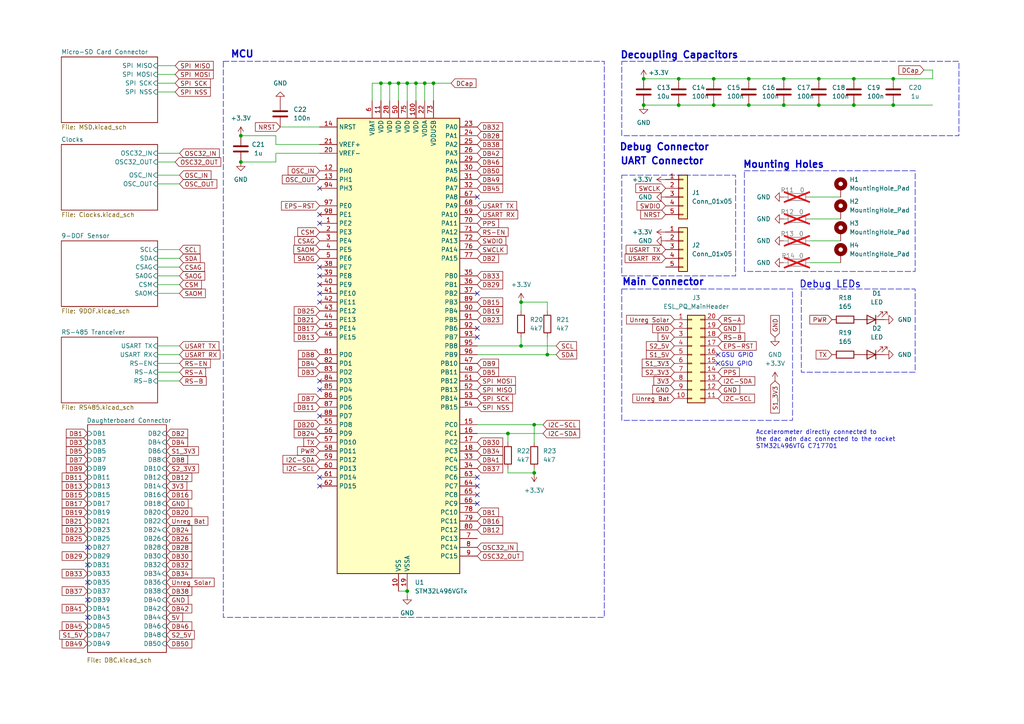
<source format=kicad_sch>
(kicad_sch (version 20231120) (generator "eeschema") (generator_version "8.0")
  (paper "A4")
  (title_block (title "ADCS OBC") (date "2024-05-29") (rev "V10") (comment 1 "22619291") (comment 2 "DP Theron"))
  (junction (at 259.08 22.86))
  (junction (at 196.85 22.86))
  (junction (at 154.94 123.19))
  (junction (at 151.13 100.33))
  (junction (at 196.85 30.48))
  (junction (at 247.65 30.48))
  (junction (at 237.49 22.86))
  (junction (at 115.57 24.13))
  (junction (at 227.33 22.86))
  (junction (at 207.01 30.48))
  (junction (at 207.01 22.86))
  (junction (at 186.69 30.48))
  (junction (at 237.49 30.48))
  (junction (at 147.32 125.73))
  (junction (at 217.17 30.48))
  (junction (at 227.33 30.48))
  (junction (at 259.08 30.48))
  (junction (at 69.85 39.37))
  (junction (at 123.19 24.13))
  (junction (at 158.75 102.87))
  (junction (at 217.17 22.86))
  (junction (at 125.73 24.13))
  (junction (at 154.94 137.16))
  (junction (at 118.11 171.45))
  (junction (at 113.03 24.13))
  (junction (at 120.65 24.13))
  (junction (at 151.13 87.63))
  (junction (at 247.65 22.86))
  (junction (at 69.85 46.99))
  (junction (at 110.49 24.13))
  (junction (at 186.69 22.86))
  (junction (at 118.11 24.13))
  (no_connect (at 138.43 140.97))
  (no_connect (at 92.71 80.01))
  (no_connect (at 138.43 95.25))
  (no_connect (at 138.43 57.15))
  (no_connect (at 138.43 138.43))
  (no_connect (at 92.71 54.61))
  (no_connect (at 92.71 82.55))
  (no_connect (at 25.4 173.99))
  (no_connect (at 25.4 158.75))
  (no_connect (at 25.4 163.83))
  (no_connect (at 25.4 179.07))
  (no_connect (at 92.71 138.43))
  (no_connect (at 92.71 87.63))
  (no_connect (at 138.43 143.51))
  (no_connect (at 92.71 77.47))
  (no_connect (at 92.71 85.09))
  (no_connect (at 92.71 120.65))
  (no_connect (at 92.71 110.49))
  (no_connect (at 25.4 168.91))
  (no_connect (at 208.28 105.41))
  (no_connect (at 138.43 97.79))
  (no_connect (at 92.71 140.97))
  (no_connect (at 92.71 113.03))
  (no_connect (at 92.71 64.77))
  (no_connect (at 208.28 102.87))
  (no_connect (at 92.71 62.23))
  (no_connect (at 138.43 146.05))
  (no_connect (at 138.43 85.09))
  (wire (pts (xy 138.43 125.73) (xy 147.32 125.73)))
  (wire (pts (xy 207.01 30.48) (xy 217.17 30.48)))
  (wire (pts (xy 110.49 24.13) (xy 110.49 29.21)))
  (wire (pts (xy 186.69 22.86) (xy 196.85 22.86)))
  (wire (pts (xy 151.13 87.63) (xy 151.13 90.17)))
  (wire (pts (xy 115.57 24.13) (xy 115.57 29.21)))
  (wire (pts (xy 80.01 41.91) (xy 80.01 39.37)))
  (wire (pts (xy 45.72 85.09) (xy 52.07 85.09)))
  (wire (pts (xy 234.95 69.85) (xy 243.84 69.85)))
  (wire (pts (xy 120.65 24.13) (xy 123.19 24.13)))
  (wire (pts (xy 45.72 102.87) (xy 52.07 102.87)))
  (wire (pts (xy 234.95 57.15) (xy 243.84 57.15)))
  (wire (pts (xy 123.19 24.13) (xy 125.73 24.13)))
  (wire (pts (xy 138.43 102.87) (xy 158.75 102.87)))
  (wire (pts (xy 110.49 24.13) (xy 107.95 24.13)))
  (wire (pts (xy 45.72 46.99) (xy 50.8 46.99)))
  (wire (pts (xy 237.49 30.48) (xy 247.65 30.48)))
  (wire (pts (xy 69.85 46.99) (xy 80.01 46.99)))
  (wire (pts (xy 151.13 100.33) (xy 161.29 100.33)))
  (wire (pts (xy 120.65 24.13) (xy 118.11 24.13)))
  (wire (pts (xy 120.65 24.13) (xy 120.65 29.21)))
  (wire (pts (xy 157.48 123.19) (xy 154.94 123.19)))
  (wire (pts (xy 45.72 100.33) (xy 52.07 100.33)))
  (wire (pts (xy 227.33 30.48) (xy 237.49 30.48)))
  (wire (pts (xy 259.08 30.48) (xy 270.51 30.48)))
  (wire (pts (xy 80.01 46.99) (xy 80.01 44.45)))
  (wire (pts (xy 158.75 87.63) (xy 158.75 90.17)))
  (wire (pts (xy 161.29 102.87) (xy 158.75 102.87)))
  (wire (pts (xy 80.01 39.37) (xy 69.85 39.37)))
  (wire (pts (xy 45.72 24.13) (xy 50.8 24.13)))
  (wire (pts (xy 217.17 30.48) (xy 227.33 30.48)))
  (wire (pts (xy 45.72 105.41) (xy 52.07 105.41)))
  (wire (pts (xy 154.94 137.16) (xy 154.94 135.89)))
  (wire (pts (xy 45.72 80.01) (xy 52.07 80.01)))
  (wire (pts (xy 217.17 22.86) (xy 227.33 22.86)))
  (wire (pts (xy 45.72 50.8) (xy 52.07 50.8)))
  (wire (pts (xy 118.11 171.45) (xy 118.11 172.72)))
  (wire (pts (xy 234.95 76.2) (xy 243.84 76.2)))
  (wire (pts (xy 154.94 123.19) (xy 154.94 128.27)))
  (wire (pts (xy 45.72 74.93) (xy 52.07 74.93)))
  (wire (pts (xy 80.01 44.45) (xy 92.71 44.45)))
  (wire (pts (xy 107.95 24.13) (xy 107.95 29.21)))
  (wire (pts (xy 45.72 82.55) (xy 52.07 82.55)))
  (wire (pts (xy 125.73 24.13) (xy 130.81 24.13)))
  (wire (pts (xy 147.32 125.73) (xy 157.48 125.73)))
  (wire (pts (xy 45.72 44.45) (xy 52.07 44.45)))
  (wire (pts (xy 115.57 171.45) (xy 118.11 171.45)))
  (wire (pts (xy 81.28 36.83) (xy 92.71 36.83)))
  (wire (pts (xy 247.65 22.86) (xy 259.08 22.86)))
  (wire (pts (xy 45.72 72.39) (xy 52.07 72.39)))
  (wire (pts (xy 45.72 107.95) (xy 52.07 107.95)))
  (wire (pts (xy 110.49 24.13) (xy 113.03 24.13)))
  (wire (pts (xy 158.75 97.79) (xy 158.75 102.87)))
  (wire (pts (xy 270.51 20.32) (xy 267.97 20.32)))
  (wire (pts (xy 151.13 87.63) (xy 158.75 87.63)))
  (wire (pts (xy 247.65 30.48) (xy 259.08 30.48)))
  (wire (pts (xy 147.32 128.27) (xy 147.32 125.73)))
  (wire (pts (xy 270.51 20.32) (xy 270.51 22.86)))
  (wire (pts (xy 227.33 22.86) (xy 237.49 22.86)))
  (wire (pts (xy 45.72 77.47) (xy 52.07 77.47)))
  (wire (pts (xy 45.72 110.49) (xy 52.07 110.49)))
  (wire (pts (xy 92.71 41.91) (xy 80.01 41.91)))
  (wire (pts (xy 147.32 137.16) (xy 154.94 137.16)))
  (wire (pts (xy 147.32 135.89) (xy 147.32 137.16)))
  (wire (pts (xy 196.85 30.48) (xy 207.01 30.48)))
  (wire (pts (xy 207.01 22.86) (xy 217.17 22.86)))
  (wire (pts (xy 234.95 63.5) (xy 243.84 63.5)))
  (wire (pts (xy 138.43 100.33) (xy 151.13 100.33)))
  (wire (pts (xy 125.73 24.13) (xy 125.73 29.21)))
  (wire (pts (xy 45.72 26.67) (xy 50.8 26.67)))
  (wire (pts (xy 237.49 22.86) (xy 247.65 22.86)))
  (wire (pts (xy 138.43 123.19) (xy 154.94 123.19)))
  (wire (pts (xy 45.72 53.34) (xy 52.07 53.34)))
  (wire (pts (xy 118.11 24.13) (xy 118.11 29.21)))
  (wire (pts (xy 123.19 29.21) (xy 123.19 24.13)))
  (wire (pts (xy 151.13 97.79) (xy 151.13 100.33)))
  (wire (pts (xy 45.72 21.59) (xy 50.8 21.59)))
  (wire (pts (xy 113.03 24.13) (xy 115.57 24.13)))
  (wire (pts (xy 196.85 22.86) (xy 207.01 22.86)))
  (wire (pts (xy 113.03 24.13) (xy 113.03 29.21)))
  (wire (pts (xy 259.08 22.86) (xy 270.51 22.86)))
  (wire (pts (xy 118.11 24.13) (xy 115.57 24.13)))
  (wire (pts (xy 186.69 30.48) (xy 196.85 30.48)))
  (wire (pts (xy 45.72 19.05) (xy 50.8 19.05)))
  (rectangle (start 215.9 49.53) (end 265.43 78.74) (stroke (width 0) (type dash)))
  (rectangle (start 180.34 83.82) (end 229.87 121.92) (stroke (width 0) (type dash)))
  (rectangle (start 180.34 50.8) (end 213.36 80.01) (stroke (width 0) (type dash)))
  (rectangle (start 64.77 17.78) (end 175.26 179.07) (stroke (width 0) (type dash)))
  (rectangle (start 180.34 17.78) (end 278.13 39.37) (stroke (width 0) (type dash)))
  (rectangle (start 232.41 83.82) (end 265.43 107.95) (stroke (width 0) (type dash)))
  (text "GSU GPIO" (at 213.614 105.664 0) (effects (font (size 1.27 1.27))))
  (text "UART Connector" (at 179.832 48.006 0) (effects (font (size 2 2) (thickness 0.4) (bold yes)) (justify left bottom)))
  (text "Debug LEDs" (at 240.792 82.55 0) (effects (font (size 2 2) (thickness 0.254) (bold yes))))
  (text "Decoupling Capacitors" (at 179.832 17.272 0) (effects (font (size 2 2) (bold yes)) (justify left bottom)))
  (text "Mounting Holes" (at 215.392 49.022 0) (effects (font (size 2 2) (thickness 0.4) (bold yes)) (justify left bottom)))
  (text "Debug Connector" (at 179.578 43.942 0) (effects (font (size 2 2) (thickness 0.4) (bold yes)) (justify left bottom)))
  (text "Accelerometer directly connected to \nthe dac adn dac connected to the rocket\nSTM32L496VTG C717701" (at 219.202 127.508 0) (effects (font (size 1.27 1.27)) (justify left)))
  (text "Main Connector" (at 180.34 83.058 0) (effects (font (size 2 2) (thickness 0.4) (bold yes)) (justify left bottom)))
  (text "GSU GPIO" (at 213.868 103.124 0) (effects (font (size 1.27 1.27))))
  (text "MCU" (at 66.802 17.018 0) (effects (font (size 2 2) (bold yes)) (justify left bottom)))
  (global_label "DB4" (shape input) (at 92.71 105.41 180) (property "Intersheetrefs" "${INTERSHEET_REFS}" (effects (hide yes))))
  (global_label "DB49" (shape input) (at 138.43 52.07 0) (property "Intersheetrefs" "${INTERSHEET_REFS}" (effects (hide yes))))
  (global_label "USART RX" (shape input) (at 52.07 102.87 0) (property "Intersheetrefs" "${INTERSHEET_REFS}" (effects (hide yes))))
  (global_label "DB17" (shape input) (at 25.4 146.05 180) (property "Intersheetrefs" "${INTERSHEET_REFS}" (effects (hide yes))))
  (global_label "DB17" (shape input) (at 92.71 95.25 180) (property "Intersheetrefs" "${INTERSHEET_REFS}" (effects (hide yes))))
  (global_label "OSC32_OUT" (shape input) (at 50.8 46.99 0) (property "Intersheetrefs" "${INTERSHEET_REFS}" (effects (hide yes))))
  (global_label "GND" (shape input) (at 48.26 173.99 0) (property "Intersheetrefs" "${INTERSHEET_REFS}" (effects (hide yes))))
  (global_label "SWDIO" (shape input) (at 193.04 59.69 180) (property "Intersheetrefs" "${INTERSHEET_REFS}" (effects (hide yes))))
  (global_label "RS-B" (shape input) (at 52.07 110.49 0) (property "Intersheetrefs" "${INTERSHEET_REFS}" (effects (hide yes))))
  (global_label "SPI NSS" (shape input) (at 138.43 118.11 0) (property "Intersheetrefs" "${INTERSHEET_REFS}" (effects (hide yes))))
  (global_label "RS-A" (shape input) (at 52.07 107.95 0) (property "Intersheetrefs" "${INTERSHEET_REFS}" (effects (hide yes))))
  (global_label "DB12" (shape input) (at 48.26 138.43 0) (property "Intersheetrefs" "${INTERSHEET_REFS}" (effects (hide yes))))
  (global_label "PPS" (shape input) (at 138.43 64.77 0) (property "Intersheetrefs" "${INTERSHEET_REFS}" (effects (hide yes))))
  (global_label "I2C-SDA" (shape input) (at 92.71 133.35 180) (property "Intersheetrefs" "${INTERSHEET_REFS}" (effects (hide yes))))
  (global_label "SPI MISO" (shape input) (at 138.43 113.03 0) (property "Intersheetrefs" "${INTERSHEET_REFS}" (effects (hide yes))))
  (global_label "SPI MOSI" (shape input) (at 50.8 21.59 0) (property "Intersheetrefs" "${INTERSHEET_REFS}" (effects (hide yes))))
  (global_label "DB46" (shape input) (at 138.43 46.99 0) (property "Intersheetrefs" "${INTERSHEET_REFS}" (effects (hide yes))))
  (global_label "S1_5V" (shape input) (at 195.58 102.87 180) (property "Intersheetrefs" "${INTERSHEET_REFS}" (effects (hide yes))))
  (global_label "GND" (shape input) (at 208.28 113.03 0) (property "Intersheetrefs" "${INTERSHEET_REFS}" (effects (hide yes))))
  (global_label "DB29" (shape input) (at 25.4 161.29 180) (property "Intersheetrefs" "${INTERSHEET_REFS}" (effects (hide yes))))
  (global_label "USART TX" (shape input) (at 193.04 72.39 180) (property "Intersheetrefs" "${INTERSHEET_REFS}" (effects (hide yes))))
  (global_label "SPI NSS" (shape input) (at 50.8 26.67 0) (property "Intersheetrefs" "${INTERSHEET_REFS}" (effects (hide yes))))
  (global_label "SPI MOSI" (shape input) (at 138.43 110.49 0) (property "Intersheetrefs" "${INTERSHEET_REFS}" (effects (hide yes))))
  (global_label "SDA" (shape input) (at 161.29 102.87 0) (property "Intersheetrefs" "${INTERSHEET_REFS}" (effects (hide yes))))
  (global_label "DB15" (shape input) (at 138.43 87.63 0) (property "Intersheetrefs" "${INTERSHEET_REFS}" (effects (hide yes))))
  (global_label "CSM" (shape input) (at 52.07 82.55 0) (property "Intersheetrefs" "${INTERSHEET_REFS}" (effects (hide yes))))
  (global_label "DB12" (shape input) (at 138.43 153.67 0) (property "Intersheetrefs" "${INTERSHEET_REFS}" (effects (hide yes))))
  (global_label "S2_3V3" (shape input) (at 195.58 107.95 180) (property "Intersheetrefs" "${INTERSHEET_REFS}" (effects (hide yes))))
  (global_label "SPI MISO" (shape input) (at 50.8 19.05 0) (property "Intersheetrefs" "${INTERSHEET_REFS}" (effects (hide yes))))
  (global_label "DB32" (shape input) (at 48.26 163.83 0) (property "Intersheetrefs" "${INTERSHEET_REFS}" (effects (hide yes))))
  (global_label "DB24" (shape input) (at 92.71 125.73 180) (property "Intersheetrefs" "${INTERSHEET_REFS}" (effects (hide yes))))
  (global_label "DB11" (shape input) (at 25.4 138.43 180) (property "Intersheetrefs" "${INTERSHEET_REFS}" (effects (hide yes))))
  (global_label "DB25" (shape input) (at 25.4 156.21 180) (property "Intersheetrefs" "${INTERSHEET_REFS}" (effects (hide yes))))
  (global_label "GND" (shape input) (at 48.26 146.05 0) (property "Intersheetrefs" "${INTERSHEET_REFS}" (effects (hide yes))))
  (global_label "I2C-SCL" (shape input) (at 208.28 115.57 0) (property "Intersheetrefs" "${INTERSHEET_REFS}" (effects (hide yes))))
  (global_label "SDA" (shape input) (at 52.07 74.93 0) (property "Intersheetrefs" "${INTERSHEET_REFS}" (effects (hide yes))))
  (global_label "TX" (shape input) (at 92.71 128.27 180) (property "Intersheetrefs" "${INTERSHEET_REFS}" (effects (hide yes))))
  (global_label "SAOG" (shape input) (at 52.07 80.01 0) (property "Intersheetrefs" "${INTERSHEET_REFS}" (effects (hide yes))))
  (global_label "DB42" (shape input) (at 138.43 44.45 0) (property "Intersheetrefs" "${INTERSHEET_REFS}" (effects (hide yes))))
  (global_label "RS-B" (shape input) (at 208.28 97.79 0) (property "Intersheetrefs" "${INTERSHEET_REFS}" (effects (hide yes))))
  (global_label "DB7" (shape input) (at 25.4 133.35 180) (property "Intersheetrefs" "${INTERSHEET_REFS}" (effects (hide yes))))
  (global_label "RS-A" (shape input) (at 208.28 92.71 0) (property "Intersheetrefs" "${INTERSHEET_REFS}" (effects (hide yes))))
  (global_label "NRST" (shape input) (at 193.04 62.23 180) (property "Intersheetrefs" "${INTERSHEET_REFS}" (effects (hide yes))))
  (global_label "SCL" (shape input) (at 161.29 100.33 0) (property "Intersheetrefs" "${INTERSHEET_REFS}" (effects (hide yes))))
  (global_label "RS-EN" (shape input) (at 138.43 67.31 0) (property "Intersheetrefs" "${INTERSHEET_REFS}" (effects (hide yes))))
  (global_label "DB30" (shape input) (at 138.43 128.27 0) (property "Intersheetrefs" "${INTERSHEET_REFS}" (effects (hide yes))))
  (global_label "DB19" (shape input) (at 138.43 90.17 0) (property "Intersheetrefs" "${INTERSHEET_REFS}" (effects (hide yes))))
  (global_label "SAOM" (shape input) (at 52.07 85.09 0) (property "Intersheetrefs" "${INTERSHEET_REFS}" (effects (hide yes))))
  (global_label "DB49" (shape input) (at 25.4 186.69 180) (property "Intersheetrefs" "${INTERSHEET_REFS}" (effects (hide yes))))
  (global_label "DB19" (shape input) (at 25.4 148.59 180) (property "Intersheetrefs" "${INTERSHEET_REFS}" (effects (hide yes))))
  (global_label "DB24" (shape input) (at 48.26 153.67 0) (property "Intersheetrefs" "${INTERSHEET_REFS}" (effects (hide yes))))
  (global_label "DB41" (shape input) (at 25.4 176.53 180) (property "Intersheetrefs" "${INTERSHEET_REFS}" (effects (hide yes))))
  (global_label "DB28" (shape input) (at 48.26 158.75 0) (property "Intersheetrefs" "${INTERSHEET_REFS}" (effects (hide yes))))
  (global_label "GND" (shape input) (at 208.28 95.25 0) (property "Intersheetrefs" "${INTERSHEET_REFS}" (effects (hide yes))))
  (global_label "RS-EN" (shape input) (at 52.07 105.41 0) (property "Intersheetrefs" "${INTERSHEET_REFS}" (effects (hide yes))))
  (global_label "DB3" (shape input) (at 25.4 128.27 180) (property "Intersheetrefs" "${INTERSHEET_REFS}" (effects (hide yes))))
  (global_label "3V3" (shape input) (at 195.58 110.49 180) (property "Intersheetrefs" "${INTERSHEET_REFS}" (effects (hide yes))))
  (global_label "DB21" (shape input) (at 25.4 151.13 180) (property "Intersheetrefs" "${INTERSHEET_REFS}" (effects (hide yes))))
  (global_label "DB2" (shape input) (at 48.26 125.73 0) (property "Intersheetrefs" "${INTERSHEET_REFS}" (effects (hide yes))))
  (global_label "I2C-SCL" (shape input) (at 157.48 123.19 0) (property "Intersheetrefs" "${INTERSHEET_REFS}" (effects (hide yes))))
  (global_label "PPS" (shape input) (at 208.28 107.95 0) (property "Intersheetrefs" "${INTERSHEET_REFS}" (effects (hide yes))))
  (global_label "I2C-SDA" (shape input) (at 208.28 110.49 0) (property "Intersheetrefs" "${INTERSHEET_REFS}" (effects (hide yes))))
  (global_label "CSAG" (shape input) (at 92.71 69.85 180) (property "Intersheetrefs" "${INTERSHEET_REFS}" (effects (hide yes))))
  (global_label "DB16" (shape input) (at 138.43 151.13 0) (property "Intersheetrefs" "${INTERSHEET_REFS}" (effects (hide yes))))
  (global_label "DB4" (shape input) (at 48.26 128.27 0) (property "Intersheetrefs" "${INTERSHEET_REFS}" (effects (hide yes))))
  (global_label "OSC_IN" (shape input) (at 52.07 50.8 0) (property "Intersheetrefs" "${INTERSHEET_REFS}" (effects (hide yes))))
  (global_label "PWR" (shape input) (at 241.3 92.71 180) (property "Intersheetrefs" "${INTERSHEET_REFS}" (effects (hide yes))))
  (global_label "NRST" (shape input) (at 81.28 36.83 180) (property "Intersheetrefs" "${INTERSHEET_REFS}" (effects (hide yes))))
  (global_label "CSM" (shape input) (at 92.71 67.31 180) (property "Intersheetrefs" "${INTERSHEET_REFS}" (effects (hide yes))))
  (global_label "SWDIO" (shape input) (at 138.43 69.85 0) (property "Intersheetrefs" "${INTERSHEET_REFS}" (effects (hide yes))))
  (global_label "DB8" (shape input) (at 48.26 133.35 0) (property "Intersheetrefs" "${INTERSHEET_REFS}" (effects (hide yes))))
  (global_label "DB30" (shape input) (at 48.26 161.29 0) (property "Intersheetrefs" "${INTERSHEET_REFS}" (effects (hide yes))))
  (global_label "I2C-SCL" (shape input) (at 92.71 135.89 180) (property "Intersheetrefs" "${INTERSHEET_REFS}" (effects (hide yes))))
  (global_label "SWCLK" (shape input) (at 193.04 54.61 180) (property "Intersheetrefs" "${INTERSHEET_REFS}" (effects (hide yes))))
  (global_label "OSC32_IN" (shape input) (at 52.07 44.45 0) (property "Intersheetrefs" "${INTERSHEET_REFS}" (effects (hide yes))))
  (global_label "DB3" (shape input) (at 92.71 107.95 180) (property "Intersheetrefs" "${INTERSHEET_REFS}" (effects (hide yes))))
  (global_label "Unreg Bat" (shape input) (at 48.26 151.13 0) (property "Intersheetrefs" "${INTERSHEET_REFS}" (effects (hide yes))))
  (global_label "DB15" (shape input) (at 25.4 143.51 180) (property "Intersheetrefs" "${INTERSHEET_REFS}" (effects (hide yes))))
  (global_label "TX" (shape input) (at 241.3 102.87 180) (property "Intersheetrefs" "${INTERSHEET_REFS}" (effects (hide yes))))
  (global_label "S1_3V3" (shape input) (at 224.79 110.49 270) (property "Intersheetrefs" "${INTERSHEET_REFS}" (effects (hide yes))))
  (global_label "SAOG" (shape input) (at 92.71 74.93 180) (property "Intersheetrefs" "${INTERSHEET_REFS}" (effects (hide yes))))
  (global_label "DB26" (shape input) (at 48.26 156.21 0) (property "Intersheetrefs" "${INTERSHEET_REFS}" (effects (hide yes))))
  (global_label "DB25" (shape input) (at 92.71 90.17 180) (property "Intersheetrefs" "${INTERSHEET_REFS}" (effects (hide yes))))
  (global_label "OSC32_OUT" (shape input) (at 138.43 161.29 0) (property "Intersheetrefs" "${INTERSHEET_REFS}" (effects (hide yes))))
  (global_label "5V" (shape input) (at 48.26 179.07 0) (property "Intersheetrefs" "${INTERSHEET_REFS}" (effects (hide yes))))
  (global_label "SPI SCK" (shape input) (at 138.43 115.57 0) (property "Intersheetrefs" "${INTERSHEET_REFS}" (effects (hide yes))))
  (global_label "DB5" (shape input) (at 25.4 130.81 180) (property "Intersheetrefs" "${INTERSHEET_REFS}" (effects (hide yes))))
  (global_label "DB29" (shape input) (at 138.43 82.55 0) (property "Intersheetrefs" "${INTERSHEET_REFS}" (effects (hide yes))))
  (global_label "USART TX" (shape input) (at 138.43 59.69 0) (property "Intersheetrefs" "${INTERSHEET_REFS}" (effects (hide yes))))
  (global_label "GND" (shape input) (at 195.58 95.25 180) (property "Intersheetrefs" "${INTERSHEET_REFS}" (effects (hide yes))))
  (global_label "OSC_OUT" (shape input) (at 92.71 52.07 180) (property "Intersheetrefs" "${INTERSHEET_REFS}" (effects (hide yes))))
  (global_label "DCap" (shape input) (at 267.97 20.32 180) (property "Intersheetrefs" "${INTERSHEET_REFS}" (effects (hide yes))))
  (global_label "GND" (shape input) (at 195.58 113.03 180) (property "Intersheetrefs" "${INTERSHEET_REFS}" (effects (hide yes))))
  (global_label "CSAG" (shape input) (at 52.07 77.47 0) (property "Intersheetrefs" "${INTERSHEET_REFS}" (effects (hide yes))))
  (global_label "DB38" (shape input) (at 48.26 171.45 0) (property "Intersheetrefs" "${INTERSHEET_REFS}" (effects (hide yes))))
  (global_label "DB37" (shape input) (at 25.4 171.45 180) (property "Intersheetrefs" "${INTERSHEET_REFS}" (effects (hide yes))))
  (global_label "DB41" (shape input) (at 138.43 133.35 0) (property "Intersheetrefs" "${INTERSHEET_REFS}" (effects (hide yes))))
  (global_label "DB46" (shape input) (at 48.26 181.61 0) (property "Intersheetrefs" "${INTERSHEET_REFS}" (effects (hide yes))))
  (global_label "DB33" (shape input) (at 25.4 166.37 180) (property "Intersheetrefs" "${INTERSHEET_REFS}" (effects (hide yes))))
  (global_label "DB32" (shape input) (at 138.43 36.83 0) (property "Intersheetrefs" "${INTERSHEET_REFS}" (effects (hide yes))))
  (global_label "SWCLK" (shape input) (at 138.43 72.39 0) (property "Intersheetrefs" "${INTERSHEET_REFS}" (effects (hide yes))))
  (global_label "DB34" (shape input) (at 48.26 166.37 0) (property "Intersheetrefs" "${INTERSHEET_REFS}" (effects (hide yes))))
  (global_label "DB20" (shape input) (at 92.71 123.19 180) (property "Intersheetrefs" "${INTERSHEET_REFS}" (effects (hide yes))))
  (global_label "DB11" (shape input) (at 92.71 118.11 180) (property "Intersheetrefs" "${INTERSHEET_REFS}" (effects (hide yes))))
  (global_label "OSC32_IN" (shape input) (at 138.43 158.75 0) (property "Intersheetrefs" "${INTERSHEET_REFS}" (effects (hide yes))))
  (global_label "SCL" (shape input) (at 52.07 72.39 0) (property "Intersheetrefs" "${INTERSHEET_REFS}" (effects (hide yes))))
  (global_label "3V3" (shape input) (at 48.26 140.97 0) (property "Intersheetrefs" "${INTERSHEET_REFS}" (effects (hide yes))))
  (global_label "S1_3V3" (shape input) (at 48.26 130.81 0) (property "Intersheetrefs" "${INTERSHEET_REFS}" (effects (hide yes))))
  (global_label "Unreg Solar" (shape input) (at 48.26 168.91 0) (property "Intersheetrefs" "${INTERSHEET_REFS}" (effects (hide yes))))
  (global_label "DB9" (shape input) (at 138.43 105.41 0) (property "Intersheetrefs" "${INTERSHEET_REFS}" (effects (hide yes))))
  (global_label "Unreg Solar" (shape input) (at 195.58 92.71 180) (property "Intersheetrefs" "${INTERSHEET_REFS}" (effects (hide yes))))
  (global_label "DB20" (shape input) (at 48.26 148.59 0) (property "Intersheetrefs" "${INTERSHEET_REFS}" (effects (hide yes))))
  (global_label "EPS-RST" (shape input) (at 208.28 100.33 0) (property "Intersheetrefs" "${INTERSHEET_REFS}" (effects (hide yes))))
  (global_label "DB45" (shape input) (at 138.43 54.61 0) (property "Intersheetrefs" "${INTERSHEET_REFS}" (effects (hide yes))))
  (global_label "Unreg Bat" (shape input) (at 195.58 115.57 180) (property "Intersheetrefs" "${INTERSHEET_REFS}" (effects (hide yes))))
  (global_label "DB50" (shape input) (at 138.43 49.53 0) (property "Intersheetrefs" "${INTERSHEET_REFS}" (effects (hide yes))))
  (global_label "DB23" (shape input) (at 138.43 92.71 0) (property "Intersheetrefs" "${INTERSHEET_REFS}" (effects (hide yes))))
  (global_label "SAOM" (shape input) (at 92.71 72.39 180) (property "Intersheetrefs" "${INTERSHEET_REFS}" (effects (hide yes))))
  (global_label "DB5" (shape input) (at 138.43 107.95 0) (property "Intersheetrefs" "${INTERSHEET_REFS}" (effects (hide yes))))
  (global_label "DB1" (shape input) (at 25.4 125.73 180) (property "Intersheetrefs" "${INTERSHEET_REFS}" (effects (hide yes))))
  (global_label "DB9" (shape input) (at 25.4 135.89 180) (property "Intersheetrefs" "${INTERSHEET_REFS}" (effects (hide yes))))
  (global_label "S2_5V" (shape input) (at 48.26 184.15 0) (property "Intersheetrefs" "${INTERSHEET_REFS}" (effects (hide yes))))
  (global_label "DB21" (shape input) (at 92.71 92.71 180) (property "Intersheetrefs" "${INTERSHEET_REFS}" (effects (hide yes))))
  (global_label "5V" (shape input) (at 195.58 97.79 180) (property "Intersheetrefs" "${INTERSHEET_REFS}" (effects (hide yes))))
  (global_label "DB33" (shape input) (at 138.43 80.01 0) (property "Intersheetrefs" "${INTERSHEET_REFS}" (effects (hide yes))))
  (global_label "DB13" (shape input) (at 92.71 97.79 180) (property "Intersheetrefs" "${INTERSHEET_REFS}" (effects (hide yes))))
  (global_label "DB38" (shape input) (at 138.43 41.91 0) (property "Intersheetrefs" "${INTERSHEET_REFS}" (effects (hide yes))))
  (global_label "SPI SCK" (shape input) (at 50.8 24.13 0) (property "Intersheetrefs" "${INTERSHEET_REFS}" (effects (hide yes))))
  (global_label "DB23" (shape input) (at 25.4 153.67 180) (property "Intersheetrefs" "${INTERSHEET_REFS}" (effects (hide yes))))
  (global_label "USART RX" (shape input) (at 193.04 74.93 180) (property "Intersheetrefs" "${INTERSHEET_REFS}" (effects (hide yes))))
  (global_label "DB28" (shape input) (at 138.43 39.37 0) (property "Intersheetrefs" "${INTERSHEET_REFS}" (effects (hide yes))))
  (global_label "DB34" (shape input) (at 138.43 130.81 0) (property "Intersheetrefs" "${INTERSHEET_REFS}" (effects (hide yes))))
  (global_label "S2_3V3" (shape input) (at 48.26 135.89 0) (property "Intersheetrefs" "${INTERSHEET_REFS}" (effects (hide yes))))
  (global_label "DB2" (shape input) (at 138.43 74.93 0) (property "Intersheetrefs" "${INTERSHEET_REFS}" (effects (hide yes))))
  (global_label "USART TX" (shape input) (at 52.07 100.33 0) (property "Intersheetrefs" "${INTERSHEET_REFS}" (effects (hide yes))))
  (global_label "DB7" (shape input) (at 92.71 115.57 180) (property "Intersheetrefs" "${INTERSHEET_REFS}" (effects (hide yes))))
  (global_label "EPS-RST" (shape input) (at 92.71 59.69 180) (property "Intersheetrefs" "${INTERSHEET_REFS}" (effects (hide yes))))
  (global_label "OSC_IN" (shape input) (at 92.71 49.53 180) (property "Intersheetrefs" "${INTERSHEET_REFS}" (effects (hide yes))))
  (global_label "DB50" (shape input) (at 48.26 186.69 0) (property "Intersheetrefs" "${INTERSHEET_REFS}" (effects (hide yes))))
  (global_label "PWR" (shape input) (at 92.71 130.81 180) (property "Intersheetrefs" "${INTERSHEET_REFS}" (effects (hide yes))))
  (global_label "DB42" (shape input) (at 48.26 176.53 0) (property "Intersheetrefs" "${INTERSHEET_REFS}" (effects (hide yes))))
  (global_label "S2_5V" (shape input) (at 195.58 100.33 180) (property "Intersheetrefs" "${INTERSHEET_REFS}" (effects (hide yes))))
  (global_label "S1_3V3" (shape input) (at 195.58 105.41 180) (property "Intersheetrefs" "${INTERSHEET_REFS}" (effects (hide yes))))
  (global_label "USART RX" (shape input) (at 138.43 62.23 0) (property "Intersheetrefs" "${INTERSHEET_REFS}" (effects (hide yes))))
  (global_label "OSC_OUT" (shape input) (at 52.07 53.34 0) (property "Intersheetrefs" "${INTERSHEET_REFS}" (effects (hide yes))))
  (global_label "DCap" (shape input) (at 130.81 24.13 0) (property "Intersheetrefs" "${INTERSHEET_REFS}" (effects (hide yes))))
  (global_label "GND" (shape input) (at 224.79 97.79 90) (property "Intersheetrefs" "${INTERSHEET_REFS}" (effects (hide yes))))
  (global_label "DB37" (shape input) (at 138.43 135.89 0) (property "Intersheetrefs" "${INTERSHEET_REFS}" (effects (hide yes))))
  (global_label "DB1" (shape input) (at 138.43 148.59 0) (property "Intersheetrefs" "${INTERSHEET_REFS}" (effects (hide yes))))
  (global_label "DB16" (shape input) (at 48.26 143.51 0) (property "Intersheetrefs" "${INTERSHEET_REFS}" (effects (hide yes))))
  (global_label "DB8" (shape input) (at 92.71 102.87 180) (property "Intersheetrefs" "${INTERSHEET_REFS}" (effects (hide yes))))
  (global_label "S1_5V" (shape input) (at 25.4 184.15 180) (property "Intersheetrefs" "${INTERSHEET_REFS}" (effects (hide yes))))
  (global_label "I2C-SDA" (shape input) (at 157.48 125.73 0) (property "Intersheetrefs" "${INTERSHEET_REFS}" (effects (hide yes))))
  (global_label "DB45" (shape input) (at 25.4 181.61 180) (property "Intersheetrefs" "${INTERSHEET_REFS}" (effects (hide yes))))
  (global_label "DB13" (shape input) (at 25.4 140.97 180) (property "Intersheetrefs" "${INTERSHEET_REFS}" (effects (hide yes))))
  (symbol (lib_id "Device:LED") (at 252.73 92.71 180) (unit 1)
    (property "Reference" "D1" (at 254.3175 85.09 0))
    (property "Value" "LED" (at 254.3175 87.63 0))
    (property "Footprint" "LED_SMD:LED_0603_1608Metric" (effects (hide yes)))
    (property "Description" "Light emitting diode" (effects (hide yes)))
    (property "JLCPCB #" "C138543" (effects (hide yes)))
  )
  (symbol (lib_id "Device:R") (at 231.14 69.85 90) (unit 1) (dnp yes)
    (property "Reference" "R13" (at 228.346 67.818 90))
    (property "Value" "0" (at 232.41 67.818 90))
    (property "Footprint" "Skripsie:R_0201_0603Metric" (effects (hide yes)))
    (property "Description" "Resistor" (effects (hide yes)))
  )
  (symbol (lib_id "power:GND") (at 193.04 69.85 270) (unit 1)
    (property "Reference" "#PWR030" (effects (hide yes)))
    (property "Value" "GND" (at 189.23 69.85 90) (effects (justify right)))
  )
  (symbol (lib_id "Mechanical:MountingHole_Pad") (at 243.84 60.96 0) (unit 1) (exclude_from_sim yes) (in_bom no)
    (property "Reference" "H2" (at 246.38 58.4199 0) (effects (justify left)))
    (property "Value" "MountingHole_Pad" (at 246.38 60.9599 0) (effects (justify left)))
    (property "Footprint" "MountingHole:MountingHole_3mm_Pad" (effects (hide yes)))
    (property "Description" "Mounting Hole with connection" (effects (hide yes)))
  )
  (symbol (lib_id "Mechanical:MountingHole_Pad") (at 243.84 73.66 0) (unit 1) (exclude_from_sim yes) (in_bom no)
    (property "Reference" "H4" (at 246.38 71.1199 0) (effects (justify left)))
    (property "Value" "MountingHole_Pad" (at 246.38 73.6599 0) (effects (justify left)))
    (property "Footprint" "MountingHole:MountingHole_3mm_Pad" (effects (hide yes)))
    (property "Description" "Mounting Hole with connection" (effects (hide yes)))
  )
  (symbol (lib_name "+3.3V_1") (lib_id "power:+3.3V") (at 186.69 22.86 0) (unit 1)
    (property "Reference" "#PWR010" (effects (hide yes)))
    (property "Value" "+3.3V" (at 191.008 21.082 0))
    (property "Description" "Power symbol creates a global label with name \"+3.3V\"" (effects (hide yes)))
  )
  (symbol (lib_id "power:+3.3V") (at 193.04 67.31 90) (unit 1)
    (property "Reference" "#PWR027" (effects (hide yes)))
    (property "Value" "+3.3V" (at 189.23 67.31 90) (effects (justify left)))
  )
  (symbol (lib_id "Mechanical:MountingHole_Pad") (at 243.84 54.61 0) (unit 1) (exclude_from_sim yes) (in_bom no)
    (property "Reference" "H1" (at 246.38 52.0699 0) (effects (justify left)))
    (property "Value" "MountingHole_Pad" (at 246.38 54.6099 0) (effects (justify left)))
    (property "Footprint" "MountingHole:MountingHole_3mm_Pad" (effects (hide yes)))
    (property "Description" "Mounting Hole with connection" (effects (hide yes)))
  )
  (symbol (lib_id "Device:C") (at 237.49 26.67 0) (unit 1)
    (property "Reference" "C18" (at 241.3 25.3999 0) (effects (justify left)))
    (property "Value" "100n" (at 241.3 27.9399 0) (effects (justify left)))
    (property "Footprint" "Skripsie:C_0201_0603Metric" (effects (hide yes)))
    (property "JLCPCB #" "C85953" (effects (hide yes)))
  )
  (symbol (lib_id "Device:R") (at 245.11 102.87 270) (unit 1)
    (property "Reference" "R19" (at 245.11 96.52 90))
    (property "Value" "165" (at 245.11 99.06 90))
    (property "Footprint" "Resistor_SMD:R_0603_1608Metric" (effects (hide yes)))
    (property "Description" "Resistor" (effects (hide yes)))
    (property "JLCPCB #" "C226689" (effects (hide yes)))
  )
  (symbol (lib_id "power:GND") (at 193.04 57.15 270) (unit 1)
    (property "Reference" "#PWR036" (effects (hide yes)))
    (property "Value" "GND" (at 189.23 57.15 90) (effects (justify right)))
  )
  (symbol (lib_id "power:GND") (at 227.33 63.5 270) (unit 1)
    (property "Reference" "#PWR013" (effects (hide yes)))
    (property "Value" "GND" (at 223.52 63.4999 90) (effects (justify right)))
    (property "Description" "Power symbol creates a global label with name \"GND\" , ground" (effects (hide yes)))
  )
  (symbol (lib_id "Device:R") (at 245.11 92.71 270) (unit 1)
    (property "Reference" "R18" (at 245.11 86.36 90))
    (property "Value" "165" (at 245.11 88.9 90))
    (property "Footprint" "Resistor_SMD:R_0603_1608Metric" (effects (hide yes)))
    (property "Description" "Resistor" (effects (hide yes)))
    (property "JLCPCB #" "C226689" (effects (hide yes)))
  )
  (symbol (lib_id "Device:C") (at 217.17 26.67 0) (unit 1)
    (property "Reference" "C16" (at 220.98 25.3999 0) (effects (justify left)))
    (property "Value" "100n" (at 220.98 27.9399 0) (effects (justify left)))
    (property "Footprint" "Skripsie:C_0201_0603Metric" (effects (hide yes)))
    (property "JLCPCB #" "C85953" (effects (hide yes)))
  )
  (symbol (lib_id "MCU_ST_STM32L4:STM32L496VGTx") (at 115.57 100.33 0) (unit 1)
    (property "Reference" "U1" (at 120.3041 168.91 0) (effects (justify left)))
    (property "Value" "STM32L496VGTx" (at 120.3041 171.45 0) (effects (justify left)))
    (property "Footprint" "Package_QFP:LQFP-100_14x14mm_P0.5mm" (effects (hide yes)))
    (property "Datasheet" "https://www.st.com/resource/en/datasheet/stm32l496vg.pdf" (effects (hide yes)))
    (property "Description" "STMicroelectronics Arm Cortex-M4 MCU, 1024KB flash, 320KB RAM, 80 MHz, 1.71-3.6V, 83 GPIO, LQFP100" (effects (hide yes)))
    (property "JLCPCB #" "C717701" (effects (hide yes)))
  )
  (symbol (lib_id "power:GND") (at 256.54 92.71 90) (unit 1)
    (property "Reference" "#PWR05" (effects (hide yes)))
    (property "Value" "GND" (at 260.35 92.7099 90) (effects (justify right)))
    (property "Description" "Power symbol creates a global label with name \"GND\" , ground" (effects (hide yes)))
  )
  (symbol (lib_id "ESL_PQ:Conn_02x10_Counter_Clockwise") (at 200.66 102.87 0) (unit 1)
    (property "Reference" "J3" (at 201.93 86.36 0))
    (property "Value" "ESL_PQ_MainHeader" (at 201.93 88.9 0))
    (property "Footprint" "ESL_PQ:ESL_PQ_Main_Header" (effects (hide yes)))
    (property "Description" "Generic connector, double row, 02x10, counter clockwise pin numbering scheme (similar to DIP package numbering), script generated (kicad-library-utils/schlib/autogen/connector/)" (effects (hide yes)))
  )
  (symbol (lib_id "power:+3.3V") (at 193.04 52.07 90) (unit 1)
    (property "Reference" "#PWR035" (effects (hide yes)))
    (property "Value" "+3.3V" (at 189.23 52.07 90) (effects (justify left)))
  )
  (symbol (lib_id "Device:R") (at 154.94 132.08 0) (unit 1)
    (property "Reference" "R23" (at 157.48 130.8099 0) (effects (justify left)))
    (property "Value" "4k7" (at 157.48 133.3499 0) (effects (justify left)))
    (property "Footprint" "Skripsie:R_0201_0603Metric" (effects (hide yes)))
    (property "Description" "Resistor" (effects (hide yes)))
    (property "JLCPCB #" "C25765" (effects (hide yes)))
  )
  (symbol (lib_id "power:GND") (at 227.33 57.15 270) (unit 1)
    (property "Reference" "#PWR012" (effects (hide yes)))
    (property "Value" "GND" (at 223.52 57.1499 90) (effects (justify right)))
    (property "Description" "Power symbol creates a global label with name \"GND\" , ground" (effects (hide yes)))
  )
  (symbol (lib_id "Device:R") (at 231.14 76.2 90) (unit 1) (dnp yes)
    (property "Reference" "R14" (at 228.6 74.168 90))
    (property "Value" "0" (at 232.41 74.168 90))
    (property "Footprint" "Skripsie:R_0201_0603Metric" (effects (hide yes)))
    (property "Description" "Resistor" (effects (hide yes)))
  )
  (symbol (lib_name "+3.3V_5") (lib_id "power:+3.3V") (at 224.79 110.49 0) (unit 1)
    (property "Reference" "#PWR011" (effects (hide yes)))
    (property "Value" "+3.3V" (at 224.79 105.41 0))
    (property "Description" "Power symbol creates a global label with name \"+3.3V\"" (effects (hide yes)))
  )
  (symbol (lib_name "+3.3V_2") (lib_id "power:+3.3V") (at 151.13 87.63 0) (unit 1)
    (property "Reference" "#PWR029" (effects (hide yes)))
    (property "Value" "+3.3V" (at 151.13 82.55 0))
    (property "Description" "Power symbol creates a global label with name \"+3.3V\"" (effects (hide yes)))
  )
  (symbol (lib_id "Device:C") (at 186.69 26.67 0) (unit 1)
    (property "Reference" "C13" (at 190.5 25.3999 0) (effects (justify left)))
    (property "Value" "10u" (at 190.5 27.9399 0) (effects (justify left)))
    (property "Footprint" "Skripsie:C_0201_0603Metric" (effects (hide yes)))
    (property "JLCPCB #" "C668351" (effects (hide yes)))
  )
  (symbol (lib_id "Device:LED") (at 252.73 102.87 180) (unit 1)
    (property "Reference" "D2" (at 254.3175 95.25 0))
    (property "Value" "LED" (at 254.3175 97.79 0))
    (property "Footprint" "LED_SMD:LED_0603_1608Metric" (effects (hide yes)))
    (property "Description" "Light emitting diode" (effects (hide yes)))
    (property "JLCPCB #" "C138543" (effects (hide yes)))
  )
  (symbol (lib_id "power:GND") (at 256.54 102.87 90) (unit 1)
    (property "Reference" "#PWR06" (effects (hide yes)))
    (property "Value" "GND" (at 260.35 102.8699 90) (effects (justify right)))
    (property "Description" "Power symbol creates a global label with name \"GND\" , ground" (effects (hide yes)))
  )
  (symbol (lib_id "Device:C") (at 259.08 26.67 0) (unit 1)
    (property "Reference" "C20" (at 265.43 25.4 0))
    (property "Value" "1u" (at 265.43 27.94 0))
    (property "Footprint" "Skripsie:C_0201_0603Metric" (effects (hide yes)))
    (property "JLCPCB #" "C85953" (effects (hide yes)))
  )
  (symbol (lib_name "+3.3V_3") (lib_id "power:+3.3V") (at 154.94 137.16 180) (unit 1)
    (property "Reference" "#PWR031" (effects (hide yes)))
    (property "Value" "+3.3V" (at 154.94 142.24 0))
    (property "Description" "Power symbol creates a global label with name \"+3.3V\"" (effects (hide yes)))
  )
  (symbol (lib_id "Device:R") (at 231.14 63.5 90) (unit 1) (dnp yes)
    (property "Reference" "R12" (at 228.346 61.468 90))
    (property "Value" "0" (at 232.41 61.468 90))
    (property "Footprint" "Skripsie:R_0201_0603Metric" (effects (hide yes)))
    (property "Description" "Resistor" (effects (hide yes)))
  )
  (symbol (lib_id "Mechanical:MountingHole_Pad") (at 243.84 67.31 0) (unit 1) (exclude_from_sim yes) (in_bom no)
    (property "Reference" "H3" (at 246.38 64.7699 0) (effects (justify left)))
    (property "Value" "MountingHole_Pad" (at 246.38 67.3099 0) (effects (justify left)))
    (property "Footprint" "MountingHole:MountingHole_3mm_Pad" (effects (hide yes)))
    (property "Description" "Mounting Hole with connection" (effects (hide yes)))
  )
  (symbol (lib_id "Device:C") (at 247.65 26.67 0) (unit 1)
    (property "Reference" "C19" (at 251.46 25.3999 0) (effects (justify left)))
    (property "Value" "100n" (at 251.46 27.9399 0) (effects (justify left)))
    (property "Footprint" "Skripsie:C_0201_0603Metric" (effects (hide yes)))
    (property "JLCPCB #" "C85953" (effects (hide yes)))
  )
  (symbol (lib_id "Device:R") (at 151.13 93.98 0) (unit 1)
    (property "Reference" "R20" (at 153.67 92.7099 0) (effects (justify left)))
    (property "Value" "4k7" (at 153.67 95.2499 0) (effects (justify left)))
    (property "Footprint" "Skripsie:R_0201_0603Metric" (effects (hide yes)))
    (property "Description" "Resistor" (effects (hide yes)))
    (property "JLCPCB #" "C25765" (effects (hide yes)))
  )
  (symbol (lib_id "Device:C") (at 81.28 33.02 0) (unit 1)
    (property "Reference" "C22" (at 85.09 31.7499 0) (effects (justify left)))
    (property "Value" "100n" (at 85.09 34.2899 0) (effects (justify left)))
    (property "Footprint" "Skripsie:C_0201_0603Metric" (effects (hide yes)))
    (property "Description" "Unpolarized capacitor" (effects (hide yes)))
    (property "JLCPCB #" "C85953" (effects (hide yes)))
  )
  (symbol (lib_id "power:GND") (at 186.69 30.48 0) (unit 1)
    (property "Reference" "#PWR015" (effects (hide yes)))
    (property "Value" "GND" (at 186.69 35.56 0))
  )
  (symbol (lib_id "Device:R") (at 158.75 93.98 0) (unit 1)
    (property "Reference" "R21" (at 161.29 92.7099 0) (effects (justify left)))
    (property "Value" "4k7" (at 161.29 95.2499 0) (effects (justify left)))
    (property "Footprint" "Skripsie:R_0201_0603Metric" (effects (hide yes)))
    (property "Description" "Resistor" (effects (hide yes)))
    (property "JLCPCB #" "C25765" (effects (hide yes)))
  )
  (symbol (lib_id "Device:C") (at 227.33 26.67 0) (unit 1)
    (property "Reference" "C17" (at 231.14 25.3999 0) (effects (justify left)))
    (property "Value" "100n" (at 231.14 27.9399 0) (effects (justify left)))
    (property "Footprint" "Skripsie:C_0201_0603Metric" (effects (hide yes)))
    (property "JLCPCB #" "C85953" (effects (hide yes)))
  )
  (symbol (lib_name "+3.3V_4") (lib_id "power:+3.3V") (at 69.85 39.37 0) (unit 1)
    (property "Reference" "#PWR020" (effects (hide yes)))
    (property "Value" "+3.3V" (at 69.85 34.29 0))
    (property "Description" "Power symbol creates a global label with name \"+3.3V\"" (effects (hide yes)))
  )
  (symbol (lib_id "Device:R") (at 147.32 132.08 180) (unit 1)
    (property "Reference" "R22" (at 149.86 130.8099 0) (effects (justify right)))
    (property "Value" "4k7" (at 149.86 133.3499 0) (effects (justify right)))
    (property "Footprint" "Skripsie:R_0201_0603Metric" (effects (hide yes)))
    (property "Description" "Resistor" (effects (hide yes)))
    (property "JLCPCB #" "C25765" (effects (hide yes)))
  )
  (symbol (lib_id "Connector_Generic:Conn_01x05") (at 198.12 57.15 0) (unit 1)
    (property "Reference" "J1" (at 200.66 55.8799 0) (effects (justify left)))
    (property "Value" "Conn_01x05" (at 200.66 58.4199 0) (effects (justify left)))
    (property "Footprint" "Skripsie:PinHeader_1x05_P1.27mm_Vertical" (effects (hide yes)))
    (property "Description" "Generic connector, single row, 01x05, script generated (kicad-library-utils/schlib/autogen/connector/)" (effects (hide yes)))
  )
  (symbol (lib_id "power:GND") (at 224.79 97.79 0) (unit 1)
    (property "Reference" "#PWR023" (effects (hide yes)))
    (property "Value" "GND" (at 224.79 102.87 0))
    (property "Description" "Power symbol creates a global label with name \"GND\" , ground" (effects (hide yes)))
  )
  (symbol (lib_id "Device:C") (at 207.01 26.67 0) (unit 1)
    (property "Reference" "C15" (at 210.82 25.3999 0) (effects (justify left)))
    (property "Value" "100n" (at 210.82 27.9399 0) (effects (justify left)))
    (property "Footprint" "Skripsie:C_0201_0603Metric" (effects (hide yes)))
    (property "JLCPCB #" "C85953" (effects (hide yes)))
  )
  (symbol (lib_id "Device:C") (at 196.85 26.67 0) (unit 1)
    (property "Reference" "C14" (at 200.66 25.3999 0) (effects (justify left)))
    (property "Value" "100n" (at 200.66 27.9399 0) (effects (justify left)))
    (property "Footprint" "Skripsie:C_0201_0603Metric" (effects (hide yes)))
    (property "JLCPCB #" "C85953" (effects (hide yes)))
  )
  (symbol (lib_name "GND_1") (lib_id "power:GND") (at 81.28 29.21 180) (unit 1)
    (property "Reference" "#PWR04" (effects (hide yes)))
    (property "Value" "GND" (at 81.28 24.13 0))
    (property "Description" "Power symbol creates a global label with name \"GND\" , ground" (effects (hide yes)))
  )
  (symbol (lib_id "Connector_Generic:Conn_01x05") (at 198.12 72.39 0) (unit 1)
    (property "Reference" "J2" (at 200.66 71.1199 0) (effects (justify left)))
    (property "Value" "Conn_01x05" (at 200.66 73.6599 0) (effects (justify left)))
    (property "Footprint" "Skripsie:PinHeader_1x05_P1.27mm_Vertical" (effects (hide yes)))
    (property "Description" "Generic connector, single row, 01x05, script generated (kicad-library-utils/schlib/autogen/connector/)" (effects (hide yes)))
  )
  (symbol (lib_id "Device:C") (at 69.85 43.18 0) (unit 1)
    (property "Reference" "C21" (at 74.93 41.91 0))
    (property "Value" "1u" (at 74.93 44.45 0))
    (property "Footprint" "Skripsie:C_0201_0603Metric" (effects (hide yes)))
    (property "JLCPCB #" "C85953" (effects (hide yes)))
  )
  (symbol (lib_id "Device:R") (at 231.14 57.15 90) (unit 1) (dnp yes)
    (property "Reference" "R11" (at 228.346 55.118 90))
    (property "Value" "0" (at 232.664 55.118 90))
    (property "Footprint" "Skripsie:R_0201_0603Metric" (effects (hide yes)))
    (property "Description" "Resistor" (effects (hide yes)))
  )
  (symbol (lib_name "GND_2") (lib_id "power:GND") (at 118.11 172.72 0) (unit 1)
    (property "Reference" "#PWR07" (effects (hide yes)))
    (property "Value" "GND" (at 118.11 177.8 0))
    (property "Description" "Power symbol creates a global label with name \"GND\" , ground" (effects (hide yes)))
  )
  (symbol (lib_id "power:GND") (at 227.33 69.85 270) (unit 1)
    (property "Reference" "#PWR017" (effects (hide yes)))
    (property "Value" "GND" (at 223.52 69.8499 90) (effects (justify right)))
    (property "Description" "Power symbol creates a global label with name \"GND\" , ground" (effects (hide yes)))
  )
  (symbol (lib_name "GND_3") (lib_id "power:GND") (at 69.85 46.99 0) (unit 1)
    (property "Reference" "#PWR021" (effects (hide yes)))
    (property "Value" "GND" (at 69.85 52.07 0))
    (property "Description" "Power symbol creates a global label with name \"GND\" , ground" (effects (hide yes)))
  )
  (symbol (lib_id "power:GND") (at 227.33 76.2 270) (unit 1)
    (property "Reference" "#PWR022" (effects (hide yes)))
    (property "Value" "GND" (at 223.52 76.1999 90) (effects (justify right)))
    (property "Description" "Power symbol creates a global label with name \"GND\" , ground" (effects (hide yes)))
  )
  (sheet (at 17.78 16.51) (size 27.94 19.05) (stroke (width 0.1524))
    (property "Sheetname" "Micro-SD Card Connector" (at 17.78 15.7984 0) (effects (justify left bottom)))
    (property "Sheetfile" "MSD.kicad_sch" (at 17.78 36.1446 0) (effects (justify left top)))
    (pin "SPI NSS" input (at 45.72 26.67 0))
    (pin "SPI SCK" input (at 45.72 24.13 0))
    (pin "SPI MOSI" input (at 45.72 21.59 0))
    (pin "SPI MISO" input (at 45.72 19.05 0))
  )
  (sheet (at 17.78 97.79) (size 27.94 19.05) (stroke (width 0.1524))
    (property "Sheetname" "RS-485 Tranceiver" (at 17.78 97.0784 0) (effects (justify left bottom)))
    (property "Sheetfile" "RS485.kicad_sch" (at 17.78 117.4246 0) (effects (justify left top)))
    (pin "RS-B" input (at 45.72 110.49 0))
    (pin "RS-A" input (at 45.72 107.95 0))
    (pin "RS-EN" input (at 45.72 105.41 0))
    (pin "USART TX" input (at 45.72 100.33 0))
    (pin "USART RX" input (at 45.72 102.87 0))
  )
  (sheet (at 17.78 69.85) (size 27.94 19.05) (stroke (width 0.1524))
    (property "Sheetname" "9-DOF Sensor" (at 17.78 69.1384 0) (effects (justify left bottom)))
    (property "Sheetfile" "9DOF.kicad_sch" (at 17.78 89.4846 0) (effects (justify left top)))
    (pin "SCL" input (at 45.72 72.39 0))
    (pin "SDA" input (at 45.72 74.93 0))
    (pin "CSAG" input (at 45.72 77.47 0))
    (pin "SAOG" input (at 45.72 80.01 0))
    (pin "CSM" input (at 45.72 82.55 0))
    (pin "SAOM" input (at 45.72 85.09 0))
  )
  (sheet (at 25.4 123.19) (size 22.86 66.04) (stroke (width 0.1524))
    (property "Sheetname" "Daughterboard Connector" (at 25.146 122.682 0) (effects (justify left bottom)))
    (property "Sheetfile" "DBC.kicad_sch" (at 25.146 190.754 0) (effects (justify left top)))
    (pin "DB8" input (at 48.26 133.35 0))
    (pin "DB6" input (at 48.26 130.81 0))
    (pin "DB2" input (at 48.26 125.73 0))
    (pin "DB4" input (at 48.26 128.27 0))
    (pin "DB1" input (at 25.4 125.73 180))
    (pin "DB7" input (at 25.4 133.35 180))
    (pin "DB13" input (at 25.4 140.97 180))
    (pin "DB9" input (at 25.4 135.89 180))
    (pin "DB11" input (at 25.4 138.43 180))
    (pin "DB15" input (at 25.4 143.51 180))
    (pin "DB10" input (at 48.26 135.89 0))
    (pin "DB12" input (at 48.26 138.43 0))
    (pin "DB14" input (at 48.26 140.97 0))
    (pin "DB16" input (at 48.26 143.51 0))
    (pin "DB18" input (at 48.26 146.05 0))
    (pin "DB20" input (at 48.26 148.59 0))
    (pin "DB22" input (at 48.26 151.13 0))
    (pin "DB32" input (at 48.26 163.83 0))
    (pin "DB26" input (at 48.26 156.21 0))
    (pin "DB28" input (at 48.26 158.75 0))
    (pin "DB30" input (at 48.26 161.29 0))
    (pin "DB24" input (at 48.26 153.67 0))
    (pin "DB40" input (at 48.26 173.99 0))
    (pin "DB36" input (at 48.26 168.91 0))
    (pin "DB38" input (at 48.26 171.45 0))
    (pin "DB34" input (at 48.26 166.37 0))
    (pin "DB17" input (at 25.4 146.05 180))
    (pin "DB19" input (at 25.4 148.59 180))
    (pin "DB21" input (at 25.4 151.13 180))
    (pin "DB23" input (at 25.4 153.67 180))
    (pin "DB25" input (at 25.4 156.21 180))
    (pin "DB27" input (at 25.4 158.75 180))
    (pin "DB29" input (at 25.4 161.29 180))
    (pin "DB31" input (at 25.4 163.83 180))
    (pin "DB33" input (at 25.4 166.37 180))
    (pin "DB3" input (at 25.4 128.27 180))
    (pin "DB5" input (at 25.4 130.81 180))
    (pin "DB37" input (at 25.4 171.45 180))
    (pin "DB39" input (at 25.4 173.99 180))
    (pin "DB35" input (at 25.4 168.91 180))
    (pin "DB49" input (at 25.4 186.69 180))
    (pin "DB47" input (at 25.4 184.15 180))
    (pin "DB43" input (at 25.4 179.07 180))
    (pin "DB45" input (at 25.4 181.61 180))
    (pin "DB41" input (at 25.4 176.53 180))
    (pin "DB46" input (at 48.26 181.61 0))
    (pin "DB44" input (at 48.26 179.07 0))
    (pin "DB42" input (at 48.26 176.53 0))
    (pin "DB48" input (at 48.26 184.15 0))
    (pin "DB50" input (at 48.26 186.69 0))
  )
  (sheet (at 17.78 41.91) (size 27.94 19.05) (stroke (width 0.1524))
    (property "Sheetname" "Clocks" (at 17.78 41.1984 0) (effects (justify left bottom)))
    (property "Sheetfile" "Clocks.kicad_sch" (at 17.78 61.5446 0) (effects (justify left top)))
    (pin "OSC32_IN" input (at 45.72 44.45 0))
    (pin "OSC32_OUT" input (at 45.72 46.99 0))
    (pin "OSC_IN" input (at 45.72 50.8 0))
    (pin "OSC_OUT" input (at 45.72 53.34 0))
  )
)
</source>
